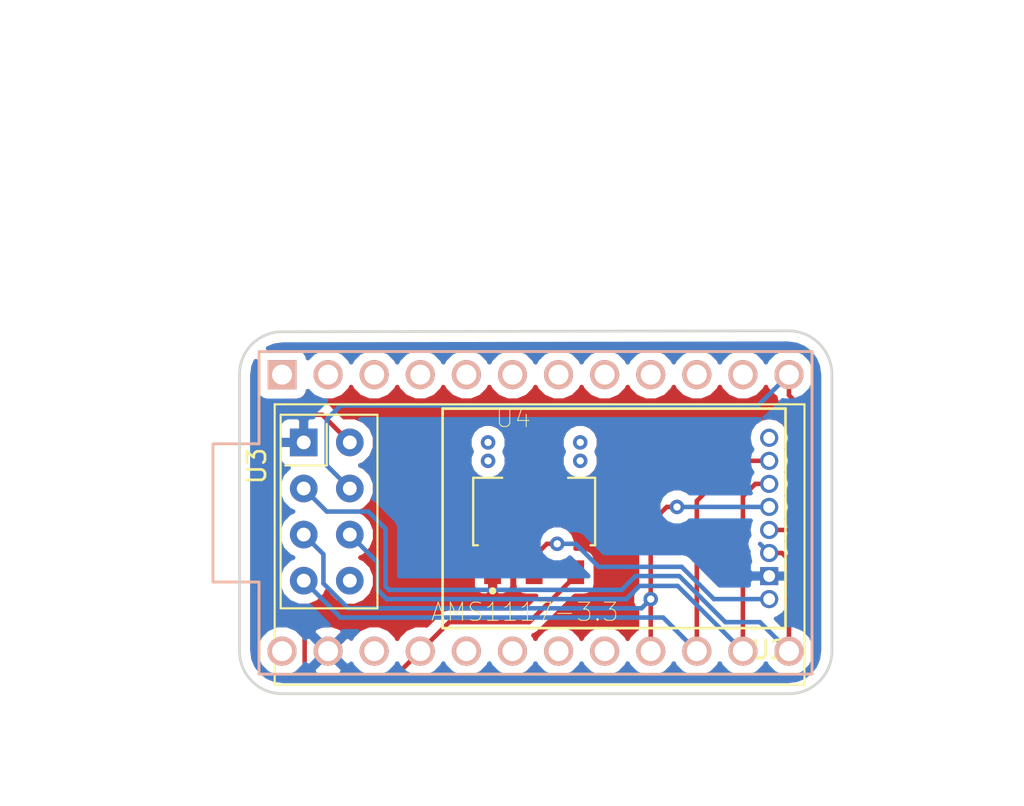
<source format=kicad_pcb>
(kicad_pcb (version 20171130) (host pcbnew "(5.0.0-3-g5ebb6b6)")

  (general
    (thickness 1.6)
    (drawings 8)
    (tracks 91)
    (zones 0)
    (modules 4)
    (nets 28)
  )

  (page A4)
  (layers
    (0 F.Cu signal)
    (31 B.Cu signal)
    (32 B.Adhes user)
    (33 F.Adhes user)
    (34 B.Paste user)
    (35 F.Paste user)
    (36 B.SilkS user)
    (37 F.SilkS user)
    (38 B.Mask user)
    (39 F.Mask user)
    (40 Dwgs.User user)
    (41 Cmts.User user)
    (42 Eco1.User user)
    (43 Eco2.User user)
    (44 Edge.Cuts user)
    (45 Margin user)
    (46 B.CrtYd user)
    (47 F.CrtYd user)
    (48 B.Fab user)
    (49 F.Fab user)
  )

  (setup
    (last_trace_width 0.25)
    (trace_clearance 0.2)
    (zone_clearance 0.508)
    (zone_45_only no)
    (trace_min 0.2)
    (segment_width 0.2)
    (edge_width 0.15)
    (via_size 0.8)
    (via_drill 0.4)
    (via_min_size 0.4)
    (via_min_drill 0.3)
    (uvia_size 0.3)
    (uvia_drill 0.1)
    (uvias_allowed no)
    (uvia_min_size 0.2)
    (uvia_min_drill 0.1)
    (pcb_text_width 0.3)
    (pcb_text_size 1.5 1.5)
    (mod_edge_width 0.15)
    (mod_text_size 1 1)
    (mod_text_width 0.15)
    (pad_size 1.524 1.524)
    (pad_drill 0.762)
    (pad_to_mask_clearance 0.2)
    (aux_axis_origin 0 0)
    (visible_elements FFFFFF7F)
    (pcbplotparams
      (layerselection 0x010fc_ffffffff)
      (usegerberextensions false)
      (usegerberattributes false)
      (usegerberadvancedattributes false)
      (creategerberjobfile false)
      (excludeedgelayer true)
      (linewidth 0.100000)
      (plotframeref false)
      (viasonmask false)
      (mode 1)
      (useauxorigin false)
      (hpglpennumber 1)
      (hpglpenspeed 20)
      (hpglpendiameter 15.000000)
      (psnegative false)
      (psa4output false)
      (plotreference true)
      (plotvalue true)
      (plotinvisibletext false)
      (padsonsilk false)
      (subtractmaskfromsilk false)
      (outputformat 1)
      (mirror false)
      (drillshape 1)
      (scaleselection 1)
      (outputdirectory ""))
  )

  (net 0 "")
  (net 1 "Net-(U1-Pad1)")
  (net 2 "Net-(U1-Pad2)")
  (net 3 "Net-(U1-Pad3)")
  (net 4 "Net-(U1-Pad4)")
  (net 5 "Net-(U1-Pad5)")
  (net 6 "Net-(U1-Pad6)")
  (net 7 "Net-(U1-Pad7)")
  (net 8 "Net-(U1-Pad8)")
  (net 9 "Net-(U1-Pad9)")
  (net 10 "Net-(U1-Pad10)")
  (net 11 "Net-(U1-Pad11)")
  (net 12 "Net-(U1-Pad12)")
  (net 13 "Net-(U1-Pad13)")
  (net 14 "Net-(U1-Pad14)")
  (net 15 "Net-(U1-Pad15)")
  (net 16 "Net-(U1-Pad16)")
  (net 17 "Net-(U1-Pad17)")
  (net 18 "Net-(U1-Pad18)")
  (net 19 "Net-(U1-Pad19)")
  (net 20 "Net-(U1-Pad20)")
  (net 21 /VCC1)
  (net 22 "Net-(U1-Pad22)")
  (net 23 /GND1)
  (net 24 "Net-(U1-Pad24)")
  (net 25 /3.3V)
  (net 26 "Net-(U2-Pad8)")
  (net 27 "Net-(U3-Pad8)")

  (net_class Default "This is the default net class."
    (clearance 0.2)
    (trace_width 0.25)
    (via_dia 0.8)
    (via_drill 0.4)
    (uvia_dia 0.3)
    (uvia_drill 0.1)
    (add_net /3.3V)
    (add_net /GND1)
    (add_net /VCC1)
    (add_net "Net-(U1-Pad1)")
    (add_net "Net-(U1-Pad10)")
    (add_net "Net-(U1-Pad11)")
    (add_net "Net-(U1-Pad12)")
    (add_net "Net-(U1-Pad13)")
    (add_net "Net-(U1-Pad14)")
    (add_net "Net-(U1-Pad15)")
    (add_net "Net-(U1-Pad16)")
    (add_net "Net-(U1-Pad17)")
    (add_net "Net-(U1-Pad18)")
    (add_net "Net-(U1-Pad19)")
    (add_net "Net-(U1-Pad2)")
    (add_net "Net-(U1-Pad20)")
    (add_net "Net-(U1-Pad22)")
    (add_net "Net-(U1-Pad24)")
    (add_net "Net-(U1-Pad3)")
    (add_net "Net-(U1-Pad4)")
    (add_net "Net-(U1-Pad5)")
    (add_net "Net-(U1-Pad6)")
    (add_net "Net-(U1-Pad7)")
    (add_net "Net-(U1-Pad8)")
    (add_net "Net-(U1-Pad9)")
    (add_net "Net-(U2-Pad8)")
    (add_net "Net-(U3-Pad8)")
  )

  (module promicro:ProMicro (layer B.Cu) (tedit 5A06A962) (tstamp 5CEE8340)
    (at 148.665001 86.435001)
    (descr "Pro Micro footprint")
    (tags "promicro ProMicro")
    (path /5CCABC73)
    (fp_text reference U1 (at 0 10.16) (layer B.SilkS) hide
      (effects (font (size 1 1) (thickness 0.15)) (justify mirror))
    )
    (fp_text value ProMicro (at 0 -10.16) (layer B.Fab)
      (effects (font (size 1 1) (thickness 0.15)) (justify mirror))
    )
    (fp_line (start 15.24 8.89) (end 15.24 -8.89) (layer F.SilkS) (width 0.15))
    (fp_line (start 15.24 -8.89) (end -15.24 -8.89) (layer F.SilkS) (width 0.15))
    (fp_line (start -15.24 -8.89) (end -15.24 -3.81) (layer F.SilkS) (width 0.15))
    (fp_line (start -15.24 -3.81) (end -17.78 -3.81) (layer F.SilkS) (width 0.15))
    (fp_line (start -17.78 -3.81) (end -17.78 3.81) (layer F.SilkS) (width 0.15))
    (fp_line (start -17.78 3.81) (end -15.24 3.81) (layer F.SilkS) (width 0.15))
    (fp_line (start -15.24 3.81) (end -15.24 8.89) (layer F.SilkS) (width 0.15))
    (fp_line (start -15.24 8.89) (end 15.24 8.89) (layer F.SilkS) (width 0.15))
    (fp_line (start -15.24 -8.89) (end 15.24 -8.89) (layer B.SilkS) (width 0.15))
    (fp_line (start -15.24 -8.89) (end -15.24 -3.81) (layer B.SilkS) (width 0.15))
    (fp_line (start -15.24 -3.81) (end -17.78 -3.81) (layer B.SilkS) (width 0.15))
    (fp_line (start -17.78 -3.81) (end -17.78 3.81) (layer B.SilkS) (width 0.15))
    (fp_line (start -17.78 3.81) (end -15.24 3.81) (layer B.SilkS) (width 0.15))
    (fp_line (start -15.24 3.81) (end -15.24 8.89) (layer B.SilkS) (width 0.15))
    (fp_line (start -15.24 8.89) (end 15.24 8.89) (layer B.SilkS) (width 0.15))
    (fp_line (start 15.24 8.89) (end 15.24 -8.89) (layer B.SilkS) (width 0.15))
    (pad 1 thru_hole rect (at -13.97 -7.62) (size 1.6 1.6) (drill 1.1) (layers *.Cu *.Mask B.SilkS)
      (net 1 "Net-(U1-Pad1)"))
    (pad 2 thru_hole circle (at -11.43 -7.62) (size 1.6 1.6) (drill 1.1) (layers *.Cu *.Mask B.SilkS)
      (net 2 "Net-(U1-Pad2)"))
    (pad 3 thru_hole circle (at -8.89 -7.62) (size 1.6 1.6) (drill 1.1) (layers *.Cu *.Mask B.SilkS)
      (net 3 "Net-(U1-Pad3)"))
    (pad 4 thru_hole circle (at -6.35 -7.62) (size 1.6 1.6) (drill 1.1) (layers *.Cu *.Mask B.SilkS)
      (net 4 "Net-(U1-Pad4)"))
    (pad 5 thru_hole circle (at -3.81 -7.62) (size 1.6 1.6) (drill 1.1) (layers *.Cu *.Mask B.SilkS)
      (net 5 "Net-(U1-Pad5)"))
    (pad 6 thru_hole circle (at -1.27 -7.62) (size 1.6 1.6) (drill 1.1) (layers *.Cu *.Mask B.SilkS)
      (net 6 "Net-(U1-Pad6)"))
    (pad 7 thru_hole circle (at 1.27 -7.62) (size 1.6 1.6) (drill 1.1) (layers *.Cu *.Mask B.SilkS)
      (net 7 "Net-(U1-Pad7)"))
    (pad 8 thru_hole circle (at 3.81 -7.62) (size 1.6 1.6) (drill 1.1) (layers *.Cu *.Mask B.SilkS)
      (net 8 "Net-(U1-Pad8)"))
    (pad 9 thru_hole circle (at 6.35 -7.62) (size 1.6 1.6) (drill 1.1) (layers *.Cu *.Mask B.SilkS)
      (net 9 "Net-(U1-Pad9)"))
    (pad 10 thru_hole circle (at 8.89 -7.62) (size 1.6 1.6) (drill 1.1) (layers *.Cu *.Mask B.SilkS)
      (net 10 "Net-(U1-Pad10)"))
    (pad 11 thru_hole circle (at 11.43 -7.62) (size 1.6 1.6) (drill 1.1) (layers *.Cu *.Mask B.SilkS)
      (net 11 "Net-(U1-Pad11)"))
    (pad 12 thru_hole circle (at 13.97 -7.62) (size 1.6 1.6) (drill 1.1) (layers *.Cu *.Mask B.SilkS)
      (net 12 "Net-(U1-Pad12)"))
    (pad 13 thru_hole circle (at 13.97 7.62) (size 1.6 1.6) (drill 1.1) (layers *.Cu *.Mask B.SilkS)
      (net 13 "Net-(U1-Pad13)"))
    (pad 14 thru_hole circle (at 11.43 7.62) (size 1.6 1.6) (drill 1.1) (layers *.Cu *.Mask B.SilkS)
      (net 14 "Net-(U1-Pad14)"))
    (pad 15 thru_hole circle (at 8.89 7.62) (size 1.6 1.6) (drill 1.1) (layers *.Cu *.Mask B.SilkS)
      (net 15 "Net-(U1-Pad15)"))
    (pad 16 thru_hole circle (at 6.35 7.62) (size 1.6 1.6) (drill 1.1) (layers *.Cu *.Mask B.SilkS)
      (net 16 "Net-(U1-Pad16)"))
    (pad 17 thru_hole circle (at 3.81 7.62) (size 1.6 1.6) (drill 1.1) (layers *.Cu *.Mask B.SilkS)
      (net 17 "Net-(U1-Pad17)"))
    (pad 18 thru_hole circle (at 1.27 7.62) (size 1.6 1.6) (drill 1.1) (layers *.Cu *.Mask B.SilkS)
      (net 18 "Net-(U1-Pad18)"))
    (pad 19 thru_hole circle (at -1.27 7.62) (size 1.6 1.6) (drill 1.1) (layers *.Cu *.Mask B.SilkS)
      (net 19 "Net-(U1-Pad19)"))
    (pad 20 thru_hole circle (at -3.81 7.62) (size 1.6 1.6) (drill 1.1) (layers *.Cu *.Mask B.SilkS)
      (net 20 "Net-(U1-Pad20)"))
    (pad 21 thru_hole circle (at -6.35 7.62) (size 1.6 1.6) (drill 1.1) (layers *.Cu *.Mask B.SilkS)
      (net 21 /VCC1))
    (pad 22 thru_hole circle (at -8.89 7.62) (size 1.6 1.6) (drill 1.1) (layers *.Cu *.Mask B.SilkS)
      (net 22 "Net-(U1-Pad22)"))
    (pad 23 thru_hole circle (at -11.43 7.62) (size 1.6 1.6) (drill 1.1) (layers *.Cu *.Mask B.SilkS)
      (net 23 /GND1))
    (pad 24 thru_hole circle (at -13.97 7.62) (size 1.6 1.6) (drill 1.1) (layers *.Cu *.Mask B.SilkS)
      (net 24 "Net-(U1-Pad24)"))
  )

  (module RF_Module:nRF24L01_Breakout (layer F.Cu) (tedit 5A056C61) (tstamp 5CD6B4C3)
    (at 135.89 82.55)
    (descr "nRF24L01 breakout board")
    (tags "nRF24L01 adapter breakout")
    (path /5CCABE77)
    (fp_text reference U3 (at -2.59 1.3 270) (layer F.SilkS)
      (effects (font (size 1 1) (thickness 0.15)))
    )
    (fp_text value NRF24L01_Breakout (at 13 5) (layer F.Fab)
      (effects (font (size 1 1) (thickness 0.15)))
    )
    (fp_line (start -1.5 -2) (end 27.5 -2) (layer F.Fab) (width 0.1))
    (fp_line (start 27.5 -2) (end 27.5 13.25) (layer F.Fab) (width 0.1))
    (fp_line (start 27.5 13.25) (end -1.5 13.25) (layer F.Fab) (width 0.1))
    (fp_line (start -1.5 13.25) (end -1.5 -2) (layer F.Fab) (width 0.1))
    (fp_line (start -1.5 -2) (end -1.5 -2) (layer F.Fab) (width 0.1))
    (fp_line (start -1.27 -1.27) (end 3.81 -1.27) (layer F.Fab) (width 0.1))
    (fp_line (start 3.81 -1.27) (end 3.81 8.89) (layer F.Fab) (width 0.1))
    (fp_line (start 3.81 8.89) (end -1.27 8.89) (layer F.Fab) (width 0.1))
    (fp_line (start -1.27 8.89) (end -1.27 -1.27) (layer F.Fab) (width 0.1))
    (fp_line (start -1.27 -1.27) (end -1.27 -1.27) (layer F.Fab) (width 0.1))
    (fp_line (start -1.27 -1.524) (end 4.064 -1.524) (layer F.SilkS) (width 0.12))
    (fp_line (start 4.064 -1.524) (end 4.064 9.144) (layer F.SilkS) (width 0.12))
    (fp_line (start 4.064 9.144) (end -1.27 9.144) (layer F.SilkS) (width 0.12))
    (fp_line (start -1.27 9.144) (end -1.27 9.144) (layer F.SilkS) (width 0.12))
    (fp_line (start 1.27 -1.016) (end 1.27 1.27) (layer F.SilkS) (width 0.12))
    (fp_line (start 1.27 1.27) (end -1.016 1.27) (layer F.SilkS) (width 0.12))
    (fp_line (start -1.016 1.27) (end -1.016 1.27) (layer F.SilkS) (width 0.12))
    (fp_line (start -1.6 -2.1) (end 27.6 -2.1) (layer F.SilkS) (width 0.12))
    (fp_line (start 27.6 -2.1) (end 27.6 13.35) (layer F.SilkS) (width 0.12))
    (fp_line (start 27.6 13.35) (end -1.6 13.35) (layer F.SilkS) (width 0.12))
    (fp_line (start -1.6 13.35) (end -1.6 -2.1) (layer F.SilkS) (width 0.12))
    (fp_line (start -1.6 -2.1) (end -1.6 -2.1) (layer F.SilkS) (width 0.12))
    (fp_line (start -1.27 9.144) (end -1.27 -1.524) (layer F.SilkS) (width 0.12))
    (fp_line (start -1.27 -1.524) (end -1.27 -1.524) (layer F.SilkS) (width 0.12))
    (fp_line (start 27.75 -2.25) (end -1.75 -2.25) (layer F.CrtYd) (width 0.05))
    (fp_line (start -1.75 -2.25) (end -1.75 13.5) (layer F.CrtYd) (width 0.05))
    (fp_line (start -1.75 13.5) (end 27.75 13.5) (layer F.CrtYd) (width 0.05))
    (fp_line (start 27.75 13.5) (end 27.75 -2.25) (layer F.CrtYd) (width 0.05))
    (fp_line (start 27.75 -2.25) (end 27.75 -2.25) (layer F.CrtYd) (width 0.05))
    (fp_text user %R (at 12.5 2.5) (layer F.Fab)
      (effects (font (size 1 1) (thickness 0.15)))
    )
    (pad 1 thru_hole rect (at 0 0) (size 1.524 1.524) (drill 0.762) (layers *.Cu *.Mask)
      (net 23 /GND1))
    (pad 2 thru_hole circle (at 2.54 0) (size 1.524 1.524) (drill 0.762) (layers *.Cu *.Mask)
      (net 21 /VCC1))
    (pad 3 thru_hole circle (at 0 2.54) (size 1.524 1.524) (drill 0.762) (layers *.Cu *.Mask)
      (net 13 "Net-(U1-Pad13)"))
    (pad 4 thru_hole circle (at 2.54 2.54) (size 1.524 1.524) (drill 0.762) (layers *.Cu *.Mask)
      (net 12 "Net-(U1-Pad12)"))
    (pad 5 thru_hole circle (at 0 5.08) (size 1.524 1.524) (drill 0.762) (layers *.Cu *.Mask)
      (net 16 "Net-(U1-Pad16)"))
    (pad 6 thru_hole circle (at 2.54 5.08) (size 1.524 1.524) (drill 0.762) (layers *.Cu *.Mask)
      (net 14 "Net-(U1-Pad14)"))
    (pad 7 thru_hole circle (at 0 7.62) (size 1.524 1.524) (drill 0.762) (layers *.Cu *.Mask)
      (net 15 "Net-(U1-Pad15)"))
    (pad 8 thru_hole circle (at 2.54 7.62) (size 1.524 1.524) (drill 0.762) (layers *.Cu *.Mask)
      (net 27 "Net-(U3-Pad8)"))
    (model ${KISYS3DMOD}/RF_Module.3dshapes/nRF24L01_Breakout.wrl
      (at (xyz 0 0 0))
      (scale (xyz 1 1 1))
      (rotate (xyz 0 0 0))
    )
  )

  (module AMS1117-3.3:SOT229P700X180-4N (layer F.Cu) (tedit 0) (tstamp 5CD6B4E2)
    (at 148.59 86.36)
    (path /5CCAC4ED)
    (attr smd)
    (fp_text reference U4 (at -1.15205 -5.14412) (layer F.SilkS)
      (effects (font (size 1.00177 1.00177) (thickness 0.05)))
    )
    (fp_text value AMS1117-3.3 (at -0.51591 5.53482) (layer F.SilkS)
      (effects (font (size 1.00178 1.00178) (thickness 0.05)))
    )
    (fp_line (start -3.36 1.86) (end -3.36 -1.86) (layer Eco2.User) (width 0.127))
    (fp_line (start -3.36 -1.86) (end 3.36 -1.86) (layer Eco2.User) (width 0.127))
    (fp_line (start 3.36 -1.86) (end 3.36 1.86) (layer Eco2.User) (width 0.127))
    (fp_line (start 3.36 1.86) (end -3.36 1.86) (layer Eco2.User) (width 0.127))
    (fp_line (start -3.36 1.86) (end -3.36 -1.86) (layer F.SilkS) (width 0.127))
    (fp_line (start 3.36 1.86) (end 3.36 -1.86) (layer F.SilkS) (width 0.127))
    (fp_line (start -3.36 1.86) (end -3.1 1.86) (layer F.SilkS) (width 0.127))
    (fp_line (start 3.11 1.86) (end 3.36 1.86) (layer F.SilkS) (width 0.127))
    (fp_line (start 3.36 -1.86) (end 1.87 -1.86) (layer F.SilkS) (width 0.127))
    (fp_line (start -1.76 -1.86) (end -3.36 -1.86) (layer F.SilkS) (width 0.127))
    (fp_circle (center -2.29 4.373) (end -2.19 4.373) (layer F.SilkS) (width 0.2))
    (fp_line (start -3.61 -2.11) (end -3.61 2.11) (layer Eco1.User) (width 0.05))
    (fp_line (start -3.61 2.11) (end -3.01 2.11) (layer Eco1.User) (width 0.05))
    (fp_line (start -3.01 2.11) (end -3.01 4.25) (layer Eco1.User) (width 0.05))
    (fp_line (start -3.01 4.25) (end 3.01 4.25) (layer Eco1.User) (width 0.05))
    (fp_line (start 3.01 4.25) (end 3.01 2.11) (layer Eco1.User) (width 0.05))
    (fp_line (start 3.01 2.11) (end 3.61 2.11) (layer Eco1.User) (width 0.05))
    (fp_line (start 3.61 2.11) (end 3.61 -2.11) (layer Eco1.User) (width 0.05))
    (fp_line (start 3.61 -2.11) (end 1.87 -2.11) (layer Eco1.User) (width 0.05))
    (fp_line (start 1.87 -2.11) (end 1.87 -4.25) (layer Eco1.User) (width 0.05))
    (fp_line (start 1.87 -4.25) (end -1.87 -4.25) (layer Eco1.User) (width 0.05))
    (fp_line (start -1.87 -4.25) (end -1.87 -2.11) (layer Eco1.User) (width 0.05))
    (fp_line (start -1.87 -2.11) (end -3.61 -2.11) (layer Eco1.User) (width 0.05))
    (pad 1 smd rect (at -2.29 3.345) (size 0.93 1.31) (layers F.Cu F.Paste F.Mask)
      (net 23 /GND1))
    (pad 2 smd rect (at 0 3.345) (size 0.93 1.31) (layers F.Cu F.Paste F.Mask)
      (net 25 /3.3V))
    (pad 3 smd rect (at 2.29 3.345) (size 0.93 1.31) (layers F.Cu F.Paste F.Mask)
      (net 21 /VCC1))
    (pad 4 smd rect (at 0 -3.345) (size 3.24 1.31) (layers F.Cu F.Paste F.Mask))
  )

  (module RF_Module:NR24l01mini (layer F.Cu) (tedit 5CCA75C3) (tstamp 5CEE764E)
    (at 161.544 91.186 180)
    (descr "Through hole straight pin header, 1x08, 1.27mm pitch, single row")
    (tags "Through hole pin header THT 1x08 1.27mm single row")
    (path /5CCABD70)
    (fp_text reference U2 (at 0 -2.8 180) (layer F.SilkS)
      (effects (font (size 1 1) (thickness 0.15)))
    )
    (fp_text value NRF24L01_Breakout (at 0 10.585 180) (layer F.Fab)
      (effects (font (size 1 1) (thickness 0.15)))
    )
    (fp_line (start -0.525 -0.635) (end 1.05 -0.635) (layer F.Fab) (width 0.1))
    (fp_line (start 1.05 -0.635) (end 1.05 9.525) (layer F.Fab) (width 0.1))
    (fp_line (start 1.05 9.525) (end -1.05 9.525) (layer F.Fab) (width 0.1))
    (fp_line (start -1.05 9.525) (end -1.05 -0.11) (layer F.Fab) (width 0.1))
    (fp_line (start -1.05 -0.11) (end -0.525 -0.635) (layer F.Fab) (width 0.1))
    (fp_line (start -1.55 -1.15) (end -1.55 10.05) (layer F.CrtYd) (width 0.05))
    (fp_line (start -1.55 10.05) (end 1.55 10.05) (layer F.CrtYd) (width 0.05))
    (fp_line (start 1.55 10.05) (end 1.55 -1.15) (layer F.CrtYd) (width 0.05))
    (fp_line (start 1.55 -1.15) (end -1.55 -1.15) (layer F.CrtYd) (width 0.05))
    (fp_text user %R (at 0 4.445 270) (layer F.Fab)
      (effects (font (size 1 1) (thickness 0.15)))
    )
    (fp_line (start 0 -1.6) (end 18 -1.6) (layer F.SilkS) (width 0.15))
    (fp_line (start 0 10.5) (end 18 10.5) (layer F.SilkS) (width 0.15))
    (fp_line (start 18 10.5) (end 18 -1.6) (layer F.SilkS) (width 0.15))
    (fp_line (start -0.9 8.9) (end -0.9 10.5) (layer F.SilkS) (width 0.15))
    (fp_line (start -0.9 10.5) (end 0 10.5) (layer F.SilkS) (width 0.15))
    (fp_line (start -0.9 0) (end -0.9 -1.6) (layer F.SilkS) (width 0.15))
    (fp_line (start -0.9 -1.6) (end 0 -1.6) (layer F.SilkS) (width 0.15))
    (fp_line (start -0.9 0) (end -0.9 8.9) (layer F.SilkS) (width 0.15))
    (pad 1 thru_hole rect (at 0 1.27 180) (size 1 1) (drill 0.65) (layers *.Cu *.Mask)
      (net 23 /GND1))
    (pad 2 thru_hole oval (at 0 0 180) (size 1 1) (drill 0.65) (layers *.Cu *.Mask)
      (net 25 /3.3V))
    (pad 3 thru_hole oval (at 0 2.54 180) (size 1 1) (drill 0.65) (layers *.Cu *.Mask)
      (net 13 "Net-(U1-Pad13)"))
    (pad 4 thru_hole oval (at 0 3.81 180) (size 1 1) (drill 0.65) (layers *.Cu *.Mask)
      (net 12 "Net-(U1-Pad12)"))
    (pad 5 thru_hole oval (at 0 5.08 180) (size 1 1) (drill 0.65) (layers *.Cu *.Mask)
      (net 16 "Net-(U1-Pad16)"))
    (pad 6 thru_hole oval (at 0 6.35 180) (size 1 1) (drill 0.65) (layers *.Cu *.Mask)
      (net 14 "Net-(U1-Pad14)"))
    (pad 7 thru_hole oval (at 0 7.62 180) (size 1 1) (drill 0.65) (layers *.Cu *.Mask)
      (net 15 "Net-(U1-Pad15)"))
    (pad 8 thru_hole oval (at 0 8.89 180) (size 1 1) (drill 0.65) (layers *.Cu *.Mask)
      (net 26 "Net-(U2-Pad8)"))
    (model ${KISYS3DMOD}/Connector_PinHeader_1.27mm.3dshapes/PinHeader_1x08_P1.27mm_Vertical.wrl
      (at (xyz 0 0 0))
      (scale (xyz 1 1 1))
      (rotate (xyz 0 0 0))
    )
  )

  (gr_line (start 162.65 76.4) (end 134.7 76.45) (layer Edge.Cuts) (width 0.15))
  (gr_line (start 165 94.05) (end 165 78.8) (layer Edge.Cuts) (width 0.15))
  (gr_line (start 134.7 96.4) (end 162.65 96.4) (layer Edge.Cuts) (width 0.15))
  (gr_line (start 132.35 78.8) (end 132.35 94.05) (layer Edge.Cuts) (width 0.15))
  (gr_arc (start 162.65 94.05) (end 162.65 96.4) (angle -90) (layer Edge.Cuts) (width 0.15))
  (gr_arc (start 134.7 94.05) (end 132.35 94.05) (angle -90) (layer Edge.Cuts) (width 0.15))
  (gr_arc (start 134.7 78.8) (end 134.7 76.45) (angle -90) (layer Edge.Cuts) (width 0.15))
  (gr_arc (start 162.6 78.8) (end 165 78.8) (angle -90) (layer Edge.Cuts) (width 0.15))

  (via (at 151.13 83.566) (size 0.8) (drill 0.4) (layers F.Cu B.Cu) (net 0))
  (via (at 151.13 82.55) (size 0.8) (drill 0.4) (layers F.Cu B.Cu) (net 0))
  (via (at 146.05 83.566) (size 0.8) (drill 0.4) (layers F.Cu B.Cu) (net 0))
  (via (at 146.05 82.55) (size 0.8) (drill 0.4) (layers F.Cu B.Cu) (net 0))
  (segment (start 162.814 87.376) (end 161.544 87.376) (width 0.25) (layer F.Cu) (net 12))
  (segment (start 163.322 86.868) (end 162.814 87.376) (width 0.25) (layer F.Cu) (net 12))
  (segment (start 162.635001 79.946371) (end 163.322 80.63337) (width 0.25) (layer F.Cu) (net 12))
  (segment (start 163.322 80.63337) (end 163.322 86.868) (width 0.25) (layer F.Cu) (net 12))
  (segment (start 162.635001 78.815001) (end 162.635001 79.946371) (width 0.25) (layer F.Cu) (net 12))
  (segment (start 137.16 81.28) (end 137.922 80.518) (width 0.25) (layer B.Cu) (net 12))
  (segment (start 137.922 80.518) (end 160.932002 80.518) (width 0.25) (layer B.Cu) (net 12))
  (segment (start 137.16 83.82) (end 137.16 81.28) (width 0.25) (layer B.Cu) (net 12))
  (segment (start 160.932002 80.518) (end 162.635001 78.815001) (width 0.25) (layer B.Cu) (net 12))
  (segment (start 138.43 85.09) (end 137.16 83.82) (width 0.25) (layer B.Cu) (net 12))
  (segment (start 162.251106 88.646) (end 161.544 88.646) (width 0.25) (layer F.Cu) (net 13))
  (segment (start 162.635001 89.029895) (end 162.251106 88.646) (width 0.25) (layer F.Cu) (net 13))
  (segment (start 162.635001 94.055001) (end 162.635001 89.029895) (width 0.25) (layer F.Cu) (net 13))
  (segment (start 161.544 88.646) (end 161.044001 88.146001) (width 0.25) (layer B.Cu) (net 13))
  (segment (start 161.036 92.456) (end 162.635001 94.055001) (width 0.25) (layer B.Cu) (net 13))
  (segment (start 159.13241 92.456) (end 161.036 92.456) (width 0.25) (layer B.Cu) (net 13))
  (segment (start 156.59241 89.916) (end 159.13241 92.456) (width 0.25) (layer B.Cu) (net 13))
  (segment (start 154.178 89.916) (end 156.59241 89.916) (width 0.25) (layer B.Cu) (net 13))
  (segment (start 153.416 90.678) (end 154.178 89.916) (width 0.25) (layer B.Cu) (net 13))
  (segment (start 140.59041 90.678) (end 153.416 90.678) (width 0.25) (layer B.Cu) (net 13))
  (segment (start 137.16 86.36) (end 139.446 86.36) (width 0.25) (layer B.Cu) (net 13))
  (segment (start 140.40401 90.4916) (end 140.59041 90.678) (width 0.25) (layer B.Cu) (net 13))
  (segment (start 135.89 85.09) (end 137.16 86.36) (width 0.25) (layer B.Cu) (net 13))
  (segment (start 140.404009 87.318009) (end 140.40401 90.4916) (width 0.25) (layer B.Cu) (net 13))
  (segment (start 139.446 86.36) (end 140.404009 87.318009) (width 0.25) (layer B.Cu) (net 13))
  (segment (start 161.544 84.836) (end 160.782 84.836) (width 0.25) (layer F.Cu) (net 14))
  (segment (start 160.095001 85.522999) (end 160.095001 94.055001) (width 0.25) (layer F.Cu) (net 14))
  (segment (start 160.782 84.836) (end 160.095001 85.522999) (width 0.25) (layer F.Cu) (net 14))
  (segment (start 138.43 87.63) (end 139.954 89.154) (width 0.25) (layer B.Cu) (net 14))
  (segment (start 139.954 89.154) (end 139.954 90.678) (width 0.25) (layer B.Cu) (net 14))
  (segment (start 139.954 90.678) (end 140.462 91.186) (width 0.25) (layer B.Cu) (net 14))
  (segment (start 140.462 91.186) (end 153.67 91.186) (width 0.25) (layer B.Cu) (net 14))
  (segment (start 156.500999 90.460999) (end 159.295002 93.255002) (width 0.25) (layer B.Cu) (net 14))
  (segment (start 159.295002 93.255002) (end 160.095001 94.055001) (width 0.25) (layer B.Cu) (net 14))
  (segment (start 154.395001 90.460999) (end 156.500999 90.460999) (width 0.25) (layer B.Cu) (net 14))
  (segment (start 153.67 91.186) (end 154.395001 90.460999) (width 0.25) (layer B.Cu) (net 14))
  (segment (start 161.544 83.566) (end 159.766 83.566) (width 0.25) (layer F.Cu) (net 15))
  (segment (start 157.555001 85.776999) (end 157.555001 94.055001) (width 0.25) (layer F.Cu) (net 15))
  (segment (start 159.766 83.566) (end 157.555001 85.776999) (width 0.25) (layer F.Cu) (net 15))
  (segment (start 156.755002 93.255002) (end 157.555001 94.055001) (width 0.25) (layer B.Cu) (net 15))
  (segment (start 155.702 92.202) (end 156.755002 93.255002) (width 0.25) (layer B.Cu) (net 15))
  (segment (start 137.922 92.202) (end 155.702 92.202) (width 0.25) (layer B.Cu) (net 15))
  (segment (start 135.89 90.17) (end 137.922 92.202) (width 0.25) (layer B.Cu) (net 15))
  (via (at 156.464 86.106) (size 0.8) (drill 0.4) (layers F.Cu B.Cu) (net 16))
  (segment (start 161.544 86.106) (end 156.464 86.106) (width 0.25) (layer B.Cu) (net 16))
  (segment (start 155.015001 92.923631) (end 155.015001 94.055001) (width 0.25) (layer F.Cu) (net 16))
  (segment (start 155.898315 86.106) (end 155.015001 86.989314) (width 0.25) (layer F.Cu) (net 16))
  (segment (start 156.464 86.106) (end 155.898315 86.106) (width 0.25) (layer F.Cu) (net 16))
  (segment (start 136.977001 90.325763) (end 138.345238 91.694) (width 0.25) (layer B.Cu) (net 16))
  (segment (start 136.977001 88.717001) (end 136.977001 90.325763) (width 0.25) (layer B.Cu) (net 16))
  (segment (start 135.89 87.63) (end 136.977001 88.717001) (width 0.25) (layer B.Cu) (net 16))
  (segment (start 154.507001 91.694) (end 155.015001 91.186) (width 0.25) (layer B.Cu) (net 16))
  (segment (start 138.345238 91.694) (end 154.507001 91.694) (width 0.25) (layer B.Cu) (net 16))
  (segment (start 155.015001 91.186) (end 155.015001 92.923631) (width 0.25) (layer F.Cu) (net 16))
  (via (at 155.015001 91.186) (size 0.8) (drill 0.4) (layers F.Cu B.Cu) (net 16))
  (segment (start 155.015001 86.989314) (end 155.015001 91.186) (width 0.25) (layer F.Cu) (net 16))
  (segment (start 142.315001 94.055001) (end 143.914002 92.456) (width 0.25) (layer F.Cu) (net 21))
  (segment (start 150.88 89.895) (end 150.88 89.705) (width 0.25) (layer F.Cu) (net 21))
  (segment (start 148.319 92.456) (end 150.88 89.895) (width 0.25) (layer F.Cu) (net 21))
  (segment (start 143.914002 92.456) (end 148.319 92.456) (width 0.25) (layer F.Cu) (net 21))
  (segment (start 142.315001 94.055001) (end 140.866002 95.504) (width 0.25) (layer F.Cu) (net 21))
  (segment (start 140.866002 95.504) (end 136.652 95.504) (width 0.25) (layer F.Cu) (net 21))
  (segment (start 136.652 95.504) (end 136.5758 95.504) (width 0.25) (layer F.Cu) (net 21))
  (segment (start 136.5758 95.504) (end 135.9408 94.869) (width 0.25) (layer F.Cu) (net 21))
  (segment (start 135.9408 94.869) (end 135.9408 93.472) (width 0.25) (layer F.Cu) (net 21))
  (segment (start 135.9408 93.472) (end 135.9408 93.3958) (width 0.25) (layer F.Cu) (net 21))
  (segment (start 135.9408 93.472) (end 135.9408 93.2688) (width 0.25) (layer F.Cu) (net 21))
  (segment (start 135.9408 93.2688) (end 134.112 91.44) (width 0.25) (layer F.Cu) (net 21))
  (segment (start 134.112 91.44) (end 134.112 81.788) (width 0.25) (layer F.Cu) (net 21))
  (segment (start 134.112 81.788) (end 134.874 81.026) (width 0.25) (layer F.Cu) (net 21))
  (segment (start 136.906 81.026) (end 138.43 82.55) (width 0.25) (layer F.Cu) (net 21))
  (segment (start 134.874 81.026) (end 136.906 81.026) (width 0.25) (layer F.Cu) (net 21))
  (segment (start 137.235001 94.055001) (end 137.235001 93.801001) (width 0.25) (layer F.Cu) (net 23))
  (segment (start 146.304 89.701) (end 146.3 89.705) (width 0.25) (layer F.Cu) (net 23))
  (segment (start 161.544 91.186) (end 158.49882 91.186) (width 0.25) (layer B.Cu) (net 25))
  (segment (start 158.49882 91.186) (end 156.72082 89.408) (width 0.25) (layer B.Cu) (net 25))
  (segment (start 156.72082 89.408) (end 153.660694 89.408) (width 0.25) (layer B.Cu) (net 25))
  (segment (start 148.59 89.515) (end 148.59 89.705) (width 0.25) (layer F.Cu) (net 25))
  (segment (start 153.660694 89.408) (end 152.146 89.408) (width 0.25) (layer B.Cu) (net 25))
  (via (at 149.86 88.138) (size 0.8) (drill 0.4) (layers F.Cu B.Cu) (net 25))
  (segment (start 150.876 88.138) (end 149.86 88.138) (width 0.25) (layer B.Cu) (net 25))
  (segment (start 152.146 89.408) (end 150.876 88.138) (width 0.25) (layer B.Cu) (net 25))
  (segment (start 149.294315 88.138) (end 148.786315 88.646) (width 0.25) (layer F.Cu) (net 25))
  (segment (start 149.86 88.138) (end 149.294315 88.138) (width 0.25) (layer F.Cu) (net 25))
  (segment (start 148.744 88.646) (end 148.59 88.8) (width 0.25) (layer F.Cu) (net 25))
  (segment (start 148.59 88.8) (end 148.59 89.705) (width 0.25) (layer F.Cu) (net 25))
  (segment (start 148.786315 88.646) (end 148.744 88.646) (width 0.25) (layer F.Cu) (net 25))

  (zone (net 23) (net_name /GND1) (layer F.Cu) (tstamp 0) (hatch edge 0.508)
    (connect_pads (clearance 0.508))
    (min_thickness 0.254)
    (fill yes (arc_segments 16) (thermal_gap 0.508) (thermal_bridge_width 0.508))
    (polygon
      (pts
        (xy 170.434 72.898) (xy 170.18 100.076) (xy 120.396 100.838) (xy 120.142 67.818) (xy 130.556 58.166)
      )
    )
    (filled_polygon
      (pts
        (xy 161.418467 79.627863) (xy 161.822139 80.031535) (xy 161.881984 80.056324) (xy 161.919098 80.242908) (xy 162.087073 80.4943)
        (xy 162.150528 80.536699) (xy 162.562 80.948172) (xy 162.562 81.7766) (xy 162.362289 81.477711) (xy 161.986855 81.226854)
        (xy 161.655783 81.161) (xy 161.432217 81.161) (xy 161.101145 81.226854) (xy 160.725711 81.477711) (xy 160.474854 81.853145)
        (xy 160.386765 82.296) (xy 160.474854 82.738855) (xy 160.519719 82.806) (xy 159.840848 82.806) (xy 159.766 82.791112)
        (xy 159.691152 82.806) (xy 159.691148 82.806) (xy 159.517605 82.84052) (xy 159.469462 82.850096) (xy 159.282418 82.975076)
        (xy 159.218071 83.018071) (xy 159.175671 83.081527) (xy 157.070531 85.186668) (xy 157.02407 85.217712) (xy 156.669874 85.071)
        (xy 156.258126 85.071) (xy 155.87772 85.228569) (xy 155.744603 85.361686) (xy 155.601778 85.390096) (xy 155.350386 85.558071)
        (xy 155.307986 85.621527) (xy 154.530531 86.398983) (xy 154.467072 86.441385) (xy 154.299097 86.692778) (xy 154.255001 86.914463)
        (xy 154.255001 86.914467) (xy 154.240113 86.989314) (xy 154.255001 87.064161) (xy 154.255002 90.482288) (xy 154.13757 90.59972)
        (xy 153.980001 90.980126) (xy 153.980001 91.391874) (xy 154.13757 91.77228) (xy 154.255001 91.889711) (xy 154.255002 92.81657)
        (xy 154.202139 92.838467) (xy 153.798467 93.242139) (xy 153.745001 93.371217) (xy 153.691535 93.242139) (xy 153.287863 92.838467)
        (xy 152.76044 92.620001) (xy 152.189562 92.620001) (xy 151.662139 92.838467) (xy 151.258467 93.242139) (xy 151.205001 93.371217)
        (xy 151.151535 93.242139) (xy 150.747863 92.838467) (xy 150.22044 92.620001) (xy 149.649562 92.620001) (xy 149.122139 92.838467)
        (xy 148.718467 93.242139) (xy 148.665001 93.371217) (xy 148.611535 93.242139) (xy 148.553617 93.184221) (xy 148.615537 93.171904)
        (xy 148.866929 93.003929) (xy 148.909331 92.94047) (xy 150.842362 91.00744) (xy 151.345 91.00744) (xy 151.592765 90.958157)
        (xy 151.802809 90.817809) (xy 151.943157 90.607765) (xy 151.99244 90.36) (xy 151.99244 89.05) (xy 151.943157 88.802235)
        (xy 151.802809 88.592191) (xy 151.592765 88.451843) (xy 151.345 88.40256) (xy 150.870692 88.40256) (xy 150.895 88.343874)
        (xy 150.895 87.932126) (xy 150.737431 87.55172) (xy 150.44628 87.260569) (xy 150.065874 87.103) (xy 149.654126 87.103)
        (xy 149.27372 87.260569) (xy 149.140603 87.393686) (xy 148.997778 87.422096) (xy 148.997776 87.422097) (xy 148.997777 87.422097)
        (xy 148.809841 87.547671) (xy 148.809839 87.547673) (xy 148.746386 87.590071) (xy 148.703987 87.653525) (xy 148.387052 87.970461)
        (xy 148.196071 88.098071) (xy 148.153669 88.16153) (xy 148.10553 88.209669) (xy 148.042071 88.252071) (xy 147.913394 88.444651)
        (xy 147.877235 88.451843) (xy 147.667191 88.592191) (xy 147.526843 88.802235) (xy 147.47756 89.05) (xy 147.47756 90.36)
        (xy 147.526843 90.607765) (xy 147.667191 90.817809) (xy 147.877235 90.958157) (xy 148.125 91.00744) (xy 148.692759 91.00744)
        (xy 148.004199 91.696) (xy 143.988849 91.696) (xy 143.914002 91.681112) (xy 143.839155 91.696) (xy 143.83915 91.696)
        (xy 143.617465 91.740096) (xy 143.366073 91.908071) (xy 143.323673 91.971527) (xy 142.653303 92.641898) (xy 142.60044 92.620001)
        (xy 142.029562 92.620001) (xy 141.502139 92.838467) (xy 141.098467 93.242139) (xy 141.045001 93.371217) (xy 140.991535 93.242139)
        (xy 140.587863 92.838467) (xy 140.06044 92.620001) (xy 139.489562 92.620001) (xy 138.962139 92.838467) (xy 138.558467 93.242139)
        (xy 138.511476 93.355584) (xy 138.488865 93.300996) (xy 138.242746 93.226862) (xy 137.414606 94.055001) (xy 137.428749 94.069143)
        (xy 137.249143 94.248749) (xy 137.235001 94.234606) (xy 137.220859 94.248749) (xy 137.041254 94.069144) (xy 137.055396 94.055001)
        (xy 137.041254 94.040859) (xy 137.220859 93.861253) (xy 137.235001 93.875396) (xy 138.06314 93.047256) (xy 137.989006 92.801137)
        (xy 137.451778 92.608036) (xy 136.881547 92.635223) (xy 136.529059 92.781229) (xy 136.488729 92.720871) (xy 136.425273 92.678471)
        (xy 135.10286 91.356058) (xy 135.612119 91.567) (xy 136.167881 91.567) (xy 136.681337 91.35432) (xy 137.07432 90.961337)
        (xy 137.16 90.754487) (xy 137.24568 90.961337) (xy 137.638663 91.35432) (xy 138.152119 91.567) (xy 138.707881 91.567)
        (xy 139.221337 91.35432) (xy 139.61432 90.961337) (xy 139.827 90.447881) (xy 139.827 89.99075) (xy 145.2 89.99075)
        (xy 145.2 90.48631) (xy 145.296673 90.719699) (xy 145.475302 90.898327) (xy 145.708691 90.995) (xy 146.01425 90.995)
        (xy 146.173 90.83625) (xy 146.173 89.832) (xy 146.427 89.832) (xy 146.427 90.83625) (xy 146.58575 90.995)
        (xy 146.891309 90.995) (xy 147.124698 90.898327) (xy 147.303327 90.719699) (xy 147.4 90.48631) (xy 147.4 89.99075)
        (xy 147.24125 89.832) (xy 146.427 89.832) (xy 146.173 89.832) (xy 145.35875 89.832) (xy 145.2 89.99075)
        (xy 139.827 89.99075) (xy 139.827 89.892119) (xy 139.61432 89.378663) (xy 139.221337 88.98568) (xy 139.07168 88.92369)
        (xy 145.2 88.92369) (xy 145.2 89.41925) (xy 145.35875 89.578) (xy 146.173 89.578) (xy 146.173 88.57375)
        (xy 146.427 88.57375) (xy 146.427 89.578) (xy 147.24125 89.578) (xy 147.4 89.41925) (xy 147.4 88.92369)
        (xy 147.303327 88.690301) (xy 147.124698 88.511673) (xy 146.891309 88.415) (xy 146.58575 88.415) (xy 146.427 88.57375)
        (xy 146.173 88.57375) (xy 146.01425 88.415) (xy 145.708691 88.415) (xy 145.475302 88.511673) (xy 145.296673 88.690301)
        (xy 145.2 88.92369) (xy 139.07168 88.92369) (xy 139.014487 88.9) (xy 139.221337 88.81432) (xy 139.61432 88.421337)
        (xy 139.827 87.907881) (xy 139.827 87.352119) (xy 139.61432 86.838663) (xy 139.221337 86.44568) (xy 139.014487 86.36)
        (xy 139.221337 86.27432) (xy 139.61432 85.881337) (xy 139.827 85.367881) (xy 139.827 84.812119) (xy 139.61432 84.298663)
        (xy 139.221337 83.90568) (xy 139.014487 83.82) (xy 139.221337 83.73432) (xy 139.61432 83.341337) (xy 139.827 82.827881)
        (xy 139.827 82.344126) (xy 145.015 82.344126) (xy 145.015 82.755874) (xy 145.140144 83.058) (xy 145.015 83.360126)
        (xy 145.015 83.771874) (xy 145.172569 84.15228) (xy 145.46372 84.443431) (xy 145.844126 84.601) (xy 146.255874 84.601)
        (xy 146.63628 84.443431) (xy 146.796735 84.282976) (xy 146.97 84.31744) (xy 150.21 84.31744) (xy 150.383265 84.282976)
        (xy 150.54372 84.443431) (xy 150.924126 84.601) (xy 151.335874 84.601) (xy 151.71628 84.443431) (xy 152.007431 84.15228)
        (xy 152.165 83.771874) (xy 152.165 83.360126) (xy 152.039856 83.058) (xy 152.165 82.755874) (xy 152.165 82.344126)
        (xy 152.007431 81.96372) (xy 151.71628 81.672569) (xy 151.335874 81.515) (xy 150.924126 81.515) (xy 150.54372 81.672569)
        (xy 150.454997 81.761292) (xy 150.21 81.71256) (xy 146.97 81.71256) (xy 146.725003 81.761292) (xy 146.63628 81.672569)
        (xy 146.255874 81.515) (xy 145.844126 81.515) (xy 145.46372 81.672569) (xy 145.172569 81.96372) (xy 145.015 82.344126)
        (xy 139.827 82.344126) (xy 139.827 82.272119) (xy 139.61432 81.758663) (xy 139.221337 81.36568) (xy 138.707881 81.153)
        (xy 138.152119 81.153) (xy 138.120782 81.16598) (xy 137.496331 80.54153) (xy 137.453929 80.478071) (xy 137.202537 80.310096)
        (xy 136.980852 80.266) (xy 136.980847 80.266) (xy 136.906 80.251112) (xy 136.831153 80.266) (xy 134.948848 80.266)
        (xy 134.930956 80.262441) (xy 135.495001 80.262441) (xy 135.742766 80.213158) (xy 135.95281 80.07281) (xy 136.093158 79.862766)
        (xy 136.119739 79.729135) (xy 136.422139 80.031535) (xy 136.949562 80.250001) (xy 137.52044 80.250001) (xy 138.047863 80.031535)
        (xy 138.451535 79.627863) (xy 138.505001 79.498785) (xy 138.558467 79.627863) (xy 138.962139 80.031535) (xy 139.489562 80.250001)
        (xy 140.06044 80.250001) (xy 140.587863 80.031535) (xy 140.991535 79.627863) (xy 141.045001 79.498785) (xy 141.098467 79.627863)
        (xy 141.502139 80.031535) (xy 142.029562 80.250001) (xy 142.60044 80.250001) (xy 143.127863 80.031535) (xy 143.531535 79.627863)
        (xy 143.585001 79.498785) (xy 143.638467 79.627863) (xy 144.042139 80.031535) (xy 144.569562 80.250001) (xy 145.14044 80.250001)
        (xy 145.667863 80.031535) (xy 146.071535 79.627863) (xy 146.125001 79.498785) (xy 146.178467 79.627863) (xy 146.582139 80.031535)
        (xy 147.109562 80.250001) (xy 147.68044 80.250001) (xy 148.207863 80.031535) (xy 148.611535 79.627863) (xy 148.665001 79.498785)
        (xy 148.718467 79.627863) (xy 149.122139 80.031535) (xy 149.649562 80.250001) (xy 150.22044 80.250001) (xy 150.747863 80.031535)
        (xy 151.151535 79.627863) (xy 151.205001 79.498785) (xy 151.258467 79.627863) (xy 151.662139 80.031535) (xy 152.189562 80.250001)
        (xy 152.76044 80.250001) (xy 153.287863 80.031535) (xy 153.691535 79.627863) (xy 153.745001 79.498785) (xy 153.798467 79.627863)
        (xy 154.202139 80.031535) (xy 154.729562 80.250001) (xy 155.30044 80.250001) (xy 155.827863 80.031535) (xy 156.231535 79.627863)
        (xy 156.285001 79.498785) (xy 156.338467 79.627863) (xy 156.742139 80.031535) (xy 157.269562 80.250001) (xy 157.84044 80.250001)
        (xy 158.367863 80.031535) (xy 158.771535 79.627863) (xy 158.825001 79.498785) (xy 158.878467 79.627863) (xy 159.282139 80.031535)
        (xy 159.809562 80.250001) (xy 160.38044 80.250001) (xy 160.907863 80.031535) (xy 161.311535 79.627863) (xy 161.365001 79.498785)
      )
    )
    (filled_polygon
      (pts
        (xy 161.671 89.789) (xy 161.691 89.789) (xy 161.691 90.043) (xy 161.671 90.043) (xy 161.671 90.054027)
        (xy 161.655783 90.051) (xy 161.432217 90.051) (xy 161.417 90.054027) (xy 161.417 90.043) (xy 161.397 90.043)
        (xy 161.397 89.789) (xy 161.417 89.789) (xy 161.417 89.777973) (xy 161.432217 89.781) (xy 161.655783 89.781)
        (xy 161.671 89.777973)
      )
    )
    (filled_polygon
      (pts
        (xy 136.017 82.423) (xy 136.037 82.423) (xy 136.037 82.677) (xy 136.017 82.677) (xy 136.017 82.697)
        (xy 135.763 82.697) (xy 135.763 82.677) (xy 135.743 82.677) (xy 135.743 82.423) (xy 135.763 82.423)
        (xy 135.763 82.403) (xy 136.017 82.403)
      )
    )
  )
  (zone (net 23) (net_name /GND1) (layer B.Cu) (tstamp 0) (hatch edge 0.508)
    (connect_pads (clearance 0.508))
    (min_thickness 0.254)
    (fill yes (arc_segments 16) (thermal_gap 0.508) (thermal_bridge_width 0.508))
    (polygon
      (pts
        (xy 175.6 69.75) (xy 174.5 101.95) (xy 122.55 102.6) (xy 119.15 69.55)
      )
    )
    (filled_polygon
      (pts
        (xy 163.035821 77.173504) (xy 163.441935 77.341722) (xy 163.790678 77.609322) (xy 164.058278 77.958064) (xy 164.226497 78.364182)
        (xy 164.290001 78.846545) (xy 164.29 94.003464) (xy 164.2282 94.47288) (xy 164.064978 94.866934) (xy 163.805323 95.205323)
        (xy 163.466934 95.464978) (xy 163.072881 95.6282) (xy 162.603464 95.69) (xy 134.746536 95.69) (xy 134.27712 95.6282)
        (xy 133.883066 95.464978) (xy 133.544677 95.205323) (xy 133.285022 94.866934) (xy 133.1218 94.472881) (xy 133.06 94.003464)
        (xy 133.06 93.769562) (xy 133.260001 93.769562) (xy 133.260001 94.34044) (xy 133.478467 94.867863) (xy 133.882139 95.271535)
        (xy 134.409562 95.490001) (xy 134.98044 95.490001) (xy 135.507863 95.271535) (xy 135.716652 95.062746) (xy 136.406862 95.062746)
        (xy 136.480996 95.308865) (xy 137.018224 95.501966) (xy 137.588455 95.474779) (xy 137.989006 95.308865) (xy 138.06314 95.062746)
        (xy 137.235001 94.234606) (xy 136.406862 95.062746) (xy 135.716652 95.062746) (xy 135.911535 94.867863) (xy 135.958526 94.754418)
        (xy 135.981137 94.809006) (xy 136.227256 94.88314) (xy 137.055396 94.055001) (xy 136.227256 93.226862) (xy 135.981137 93.300996)
        (xy 135.960127 93.359449) (xy 135.911535 93.242139) (xy 135.507863 92.838467) (xy 134.98044 92.620001) (xy 134.409562 92.620001)
        (xy 133.882139 92.838467) (xy 133.478467 93.242139) (xy 133.260001 93.769562) (xy 133.06 93.769562) (xy 133.06 81.66169)
        (xy 134.493 81.66169) (xy 134.493 82.26425) (xy 134.65175 82.423) (xy 135.763 82.423) (xy 135.763 81.31175)
        (xy 135.60425 81.153) (xy 135.001691 81.153) (xy 134.768302 81.249673) (xy 134.589673 81.428301) (xy 134.493 81.66169)
        (xy 133.06 81.66169) (xy 133.06 78.846536) (xy 133.1218 78.377119) (xy 133.247561 78.073505) (xy 133.247561 79.615001)
        (xy 133.296844 79.862766) (xy 133.437192 80.07281) (xy 133.647236 80.213158) (xy 133.895001 80.262441) (xy 135.495001 80.262441)
        (xy 135.742766 80.213158) (xy 135.95281 80.07281) (xy 136.093158 79.862766) (xy 136.119739 79.729135) (xy 136.422139 80.031535)
        (xy 136.949562 80.250001) (xy 137.115197 80.250001) (xy 136.675528 80.689671) (xy 136.612072 80.732071) (xy 136.569672 80.795527)
        (xy 136.569671 80.795528) (xy 136.444097 80.983463) (xy 136.410374 81.153) (xy 136.17575 81.153) (xy 136.017 81.31175)
        (xy 136.017 82.423) (xy 136.037 82.423) (xy 136.037 82.677) (xy 136.017 82.677) (xy 136.017 82.697)
        (xy 135.763 82.697) (xy 135.763 82.677) (xy 134.65175 82.677) (xy 134.493 82.83575) (xy 134.493 83.43831)
        (xy 134.589673 83.671699) (xy 134.768302 83.850327) (xy 135.001691 83.947) (xy 135.057343 83.947) (xy 134.70568 84.298663)
        (xy 134.493 84.812119) (xy 134.493 85.367881) (xy 134.70568 85.881337) (xy 135.098663 86.27432) (xy 135.305513 86.36)
        (xy 135.098663 86.44568) (xy 134.70568 86.838663) (xy 134.493 87.352119) (xy 134.493 87.907881) (xy 134.70568 88.421337)
        (xy 135.098663 88.81432) (xy 135.305513 88.9) (xy 135.098663 88.98568) (xy 134.70568 89.378663) (xy 134.493 89.892119)
        (xy 134.493 90.447881) (xy 134.70568 90.961337) (xy 135.098663 91.35432) (xy 135.612119 91.567) (xy 136.167881 91.567)
        (xy 136.199218 91.55402) (xy 137.262269 92.617071) (xy 136.881547 92.635223) (xy 136.480996 92.801137) (xy 136.406862 93.047256)
        (xy 137.235001 93.875396) (xy 138.06314 93.047256) (xy 138.03746 92.962) (xy 138.838606 92.962) (xy 138.558467 93.242139)
        (xy 138.511476 93.355584) (xy 138.488865 93.300996) (xy 138.242746 93.226862) (xy 137.414606 94.055001) (xy 138.242746 94.88314)
        (xy 138.488865 94.809006) (xy 138.509875 94.750553) (xy 138.558467 94.867863) (xy 138.962139 95.271535) (xy 139.489562 95.490001)
        (xy 140.06044 95.490001) (xy 140.587863 95.271535) (xy 140.991535 94.867863) (xy 141.045001 94.738785) (xy 141.098467 94.867863)
        (xy 141.502139 95.271535) (xy 142.029562 95.490001) (xy 142.60044 95.490001) (xy 143.127863 95.271535) (xy 143.531535 94.867863)
        (xy 143.585001 94.738785) (xy 143.638467 94.867863) (xy 144.042139 95.271535) (xy 144.569562 95.490001) (xy 145.14044 95.490001)
        (xy 145.667863 95.271535) (xy 146.071535 94.867863) (xy 146.125001 94.738785) (xy 146.178467 94.867863) (xy 146.582139 95.271535)
        (xy 147.109562 95.490001) (xy 147.68044 95.490001) (xy 148.207863 95.271535) (xy 148.611535 94.867863) (xy 148.665001 94.738785)
        (xy 148.718467 94.867863) (xy 149.122139 95.271535) (xy 149.649562 95.490001) (xy 150.22044 95.490001) (xy 150.747863 95.271535)
        (xy 151.151535 94.867863) (xy 151.205001 94.738785) (xy 151.258467 94.867863) (xy 151.662139 95.271535) (xy 152.189562 95.490001)
        (xy 152.76044 95.490001) (xy 153.287863 95.271535) (xy 153.691535 94.867863) (xy 153.745001 94.738785) (xy 153.798467 94.867863)
        (xy 154.202139 95.271535) (xy 154.729562 95.490001) (xy 155.30044 95.490001) (xy 155.827863 95.271535) (xy 156.231535 94.867863)
        (xy 156.285001 94.738785) (xy 156.338467 94.867863) (xy 156.742139 95.271535) (xy 157.269562 95.490001) (xy 157.84044 95.490001)
        (xy 158.367863 95.271535) (xy 158.771535 94.867863) (xy 158.825001 94.738785) (xy 158.878467 94.867863) (xy 159.282139 95.271535)
        (xy 159.809562 95.490001) (xy 160.38044 95.490001) (xy 160.907863 95.271535) (xy 161.311535 94.867863) (xy 161.365001 94.738785)
        (xy 161.418467 94.867863) (xy 161.822139 95.271535) (xy 162.349562 95.490001) (xy 162.92044 95.490001) (xy 163.447863 95.271535)
        (xy 163.851535 94.867863) (xy 164.070001 94.34044) (xy 164.070001 93.769562) (xy 163.851535 93.242139) (xy 163.447863 92.838467)
        (xy 162.92044 92.620001) (xy 162.349562 92.620001) (xy 162.296699 92.641898) (xy 161.922707 92.267906) (xy 161.986855 92.255146)
        (xy 162.362289 92.004289) (xy 162.613146 91.628855) (xy 162.701235 91.186) (xy 162.613146 90.743145) (xy 162.602445 90.72713)
        (xy 162.679 90.54231) (xy 162.679 90.20175) (xy 162.52025 90.043) (xy 161.671 90.043) (xy 161.671 90.054027)
        (xy 161.655783 90.051) (xy 161.432217 90.051) (xy 161.417 90.054027) (xy 161.417 90.043) (xy 160.56775 90.043)
        (xy 160.409 90.20175) (xy 160.409 90.426) (xy 158.813622 90.426) (xy 157.311151 88.92353) (xy 157.268749 88.860071)
        (xy 157.017357 88.692096) (xy 156.795672 88.648) (xy 156.795667 88.648) (xy 156.72082 88.633112) (xy 156.645973 88.648)
        (xy 152.460802 88.648) (xy 151.466331 87.65353) (xy 151.423929 87.590071) (xy 151.172537 87.422096) (xy 150.950852 87.378)
        (xy 150.950847 87.378) (xy 150.876 87.363112) (xy 150.801153 87.378) (xy 150.563711 87.378) (xy 150.44628 87.260569)
        (xy 150.065874 87.103) (xy 149.654126 87.103) (xy 149.27372 87.260569) (xy 148.982569 87.55172) (xy 148.825 87.932126)
        (xy 148.825 88.343874) (xy 148.982569 88.72428) (xy 149.27372 89.015431) (xy 149.654126 89.173) (xy 150.065874 89.173)
        (xy 150.44628 89.015431) (xy 150.562455 88.899256) (xy 151.55567 89.892472) (xy 151.572728 89.918) (xy 141.16401 89.918)
        (xy 141.164008 87.39286) (xy 141.178897 87.318008) (xy 141.119912 87.021471) (xy 140.994338 86.833535) (xy 140.994333 86.83353)
        (xy 140.951937 86.77008) (xy 140.888486 86.727684) (xy 140.036331 85.875529) (xy 139.993929 85.812071) (xy 139.742537 85.644096)
        (xy 139.714868 85.638592) (xy 139.827 85.367881) (xy 139.827 84.812119) (xy 139.61432 84.298663) (xy 139.221337 83.90568)
        (xy 139.014487 83.82) (xy 139.221337 83.73432) (xy 139.61432 83.341337) (xy 139.827 82.827881) (xy 139.827 82.344126)
        (xy 145.015 82.344126) (xy 145.015 82.755874) (xy 145.140144 83.058) (xy 145.015 83.360126) (xy 145.015 83.771874)
        (xy 145.172569 84.15228) (xy 145.46372 84.443431) (xy 145.844126 84.601) (xy 146.255874 84.601) (xy 146.63628 84.443431)
        (xy 146.927431 84.15228) (xy 147.085 83.771874) (xy 147.085 83.360126) (xy 146.959856 83.058) (xy 147.085 82.755874)
        (xy 147.085 82.344126) (xy 150.095 82.344126) (xy 150.095 82.755874) (xy 150.220144 83.058) (xy 150.095 83.360126)
        (xy 150.095 83.771874) (xy 150.252569 84.15228) (xy 150.54372 84.443431) (xy 150.924126 84.601) (xy 151.335874 84.601)
        (xy 151.71628 84.443431) (xy 152.007431 84.15228) (xy 152.165 83.771874) (xy 152.165 83.360126) (xy 152.039856 83.058)
        (xy 152.165 82.755874) (xy 152.165 82.344126) (xy 152.007431 81.96372) (xy 151.71628 81.672569) (xy 151.335874 81.515)
        (xy 150.924126 81.515) (xy 150.54372 81.672569) (xy 150.252569 81.96372) (xy 150.095 82.344126) (xy 147.085 82.344126)
        (xy 146.927431 81.96372) (xy 146.63628 81.672569) (xy 146.255874 81.515) (xy 145.844126 81.515) (xy 145.46372 81.672569)
        (xy 145.172569 81.96372) (xy 145.015 82.344126) (xy 139.827 82.344126) (xy 139.827 82.272119) (xy 139.61432 81.758663)
        (xy 139.221337 81.36568) (xy 139.009658 81.278) (xy 160.857155 81.278) (xy 160.932002 81.292888) (xy 161.006849 81.278)
        (xy 161.006854 81.278) (xy 161.032122 81.272974) (xy 160.725711 81.477711) (xy 160.474854 81.853145) (xy 160.386765 82.296)
        (xy 160.474854 82.738855) (xy 160.603241 82.931) (xy 160.474854 83.123145) (xy 160.386765 83.566) (xy 160.474854 84.008855)
        (xy 160.603241 84.201) (xy 160.474854 84.393145) (xy 160.386765 84.836) (xy 160.474854 85.278855) (xy 160.519719 85.346)
        (xy 157.167711 85.346) (xy 157.05028 85.228569) (xy 156.669874 85.071) (xy 156.258126 85.071) (xy 155.87772 85.228569)
        (xy 155.586569 85.51972) (xy 155.429 85.900126) (xy 155.429 86.311874) (xy 155.586569 86.69228) (xy 155.87772 86.983431)
        (xy 156.258126 87.141) (xy 156.669874 87.141) (xy 157.05028 86.983431) (xy 157.167711 86.866) (xy 160.519719 86.866)
        (xy 160.474854 86.933145) (xy 160.386765 87.376) (xy 160.44588 87.673191) (xy 160.328098 87.849464) (xy 160.269113 88.146001)
        (xy 160.328098 88.442538) (xy 160.404494 88.556872) (xy 160.386765 88.646) (xy 160.474854 89.088855) (xy 160.485555 89.10487)
        (xy 160.409 89.28969) (xy 160.409 89.63025) (xy 160.56775 89.789) (xy 161.417 89.789) (xy 161.417 89.777973)
        (xy 161.432217 89.781) (xy 161.655783 89.781) (xy 161.671 89.777973) (xy 161.671 89.789) (xy 162.52025 89.789)
        (xy 162.679 89.63025) (xy 162.679 89.28969) (xy 162.602445 89.10487) (xy 162.613146 89.088855) (xy 162.701235 88.646)
        (xy 162.613146 88.203145) (xy 162.484759 88.011) (xy 162.613146 87.818855) (xy 162.701235 87.376) (xy 162.613146 86.933145)
        (xy 162.484759 86.741) (xy 162.613146 86.548855) (xy 162.701235 86.106) (xy 162.613146 85.663145) (xy 162.484759 85.471)
        (xy 162.613146 85.278855) (xy 162.701235 84.836) (xy 162.613146 84.393145) (xy 162.484759 84.201) (xy 162.613146 84.008855)
        (xy 162.701235 83.566) (xy 162.613146 83.123145) (xy 162.484759 82.931) (xy 162.613146 82.738855) (xy 162.701235 82.296)
        (xy 162.613146 81.853145) (xy 162.362289 81.477711) (xy 161.986855 81.226854) (xy 161.655783 81.161) (xy 161.432217 81.161)
        (xy 161.297562 81.187784) (xy 161.479931 81.065929) (xy 161.522333 81.00247) (xy 162.296699 80.228104) (xy 162.349562 80.250001)
        (xy 162.92044 80.250001) (xy 163.447863 80.031535) (xy 163.851535 79.627863) (xy 164.070001 79.10044) (xy 164.070001 78.529562)
        (xy 163.851535 78.002139) (xy 163.447863 77.598467) (xy 162.92044 77.380001) (xy 162.349562 77.380001) (xy 161.822139 77.598467)
        (xy 161.418467 78.002139) (xy 161.365001 78.131217) (xy 161.311535 78.002139) (xy 160.907863 77.598467) (xy 160.38044 77.380001)
        (xy 159.809562 77.380001) (xy 159.282139 77.598467) (xy 158.878467 78.002139) (xy 158.825001 78.131217) (xy 158.771535 78.002139)
        (xy 158.367863 77.598467) (xy 157.84044 77.380001) (xy 157.269562 77.380001) (xy 156.742139 77.598467) (xy 156.338467 78.002139)
        (xy 156.285001 78.131217) (xy 156.231535 78.002139) (xy 155.827863 77.598467) (xy 155.30044 77.380001) (xy 154.729562 77.380001)
        (xy 154.202139 77.598467) (xy 153.798467 78.002139) (xy 153.745001 78.131217) (xy 153.691535 78.002139) (xy 153.287863 77.598467)
        (xy 152.76044 77.380001) (xy 152.189562 77.380001) (xy 151.662139 77.598467) (xy 151.258467 78.002139) (xy 151.205001 78.131217)
        (xy 151.151535 78.002139) (xy 150.747863 77.598467) (xy 150.22044 77.380001) (xy 149.649562 77.380001) (xy 149.122139 77.598467)
        (xy 148.718467 78.002139) (xy 148.665001 78.131217) (xy 148.611535 78.002139) (xy 148.207863 77.598467) (xy 147.68044 77.380001)
        (xy 147.109562 77.380001) (xy 146.582139 77.598467) (xy 146.178467 78.002139) (xy 146.125001 78.131217) (xy 146.071535 78.002139)
        (xy 145.667863 77.598467) (xy 145.14044 77.380001) (xy 144.569562 77.380001) (xy 144.042139 77.598467) (xy 143.638467 78.002139)
        (xy 143.585001 78.131217) (xy 143.531535 78.002139) (xy 143.127863 77.598467) (xy 142.60044 77.380001) (xy 142.029562 77.380001)
        (xy 141.502139 77.598467) (xy 141.098467 78.002139) (xy 141.045001 78.131217) (xy 140.991535 78.002139) (xy 140.587863 77.598467)
        (xy 140.06044 77.380001) (xy 139.489562 77.380001) (xy 138.962139 77.598467) (xy 138.558467 78.002139) (xy 138.505001 78.131217)
        (xy 138.451535 78.002139) (xy 138.047863 77.598467) (xy 137.52044 77.380001) (xy 136.949562 77.380001) (xy 136.422139 77.598467)
        (xy 136.119739 77.900867) (xy 136.093158 77.767236) (xy 135.95281 77.557192) (xy 135.742766 77.416844) (xy 135.495001 77.367561)
        (xy 133.925221 77.367561) (xy 134.27712 77.2218) (xy 134.747176 77.159916) (xy 162.55476 77.110171)
      )
    )
  )
)

</source>
